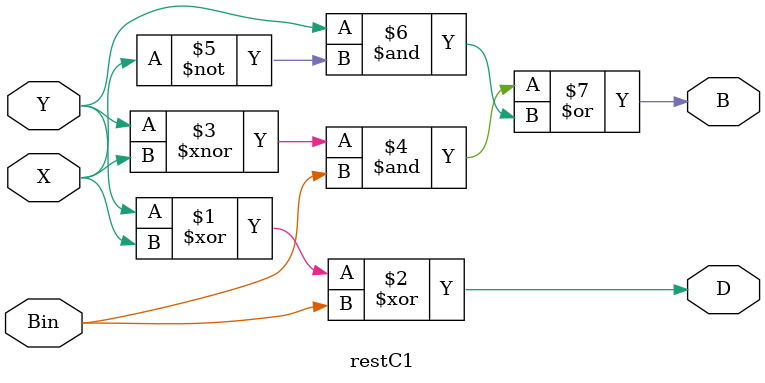
<source format=v>

 module restC1 (
     input Bin, Y, X, 
     output	D, B,
     );
     
     assign D = (Y ^ X) ^ Bin;
     assign B = (Y ^~ X) & Bin | (Y & ~X);
 endmodule
 

</source>
